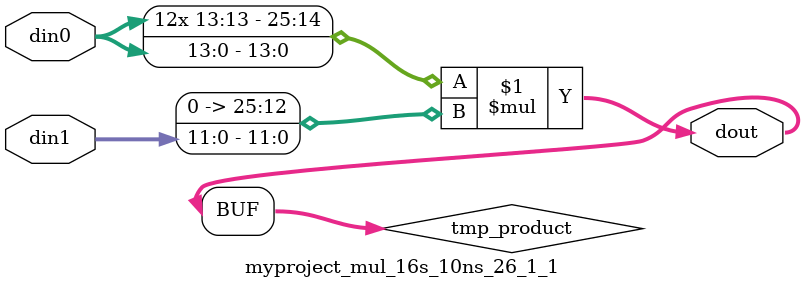
<source format=v>

`timescale 1 ns / 1 ps

  module myproject_mul_16s_10ns_26_1_1(din0, din1, dout);
parameter ID = 1;
parameter NUM_STAGE = 0;
parameter din0_WIDTH = 14;
parameter din1_WIDTH = 12;
parameter dout_WIDTH = 26;

input [din0_WIDTH - 1 : 0] din0; 
input [din1_WIDTH - 1 : 0] din1; 
output [dout_WIDTH - 1 : 0] dout;

wire signed [dout_WIDTH - 1 : 0] tmp_product;












assign tmp_product = $signed(din0) * $signed({1'b0, din1});









assign dout = tmp_product;







endmodule

</source>
